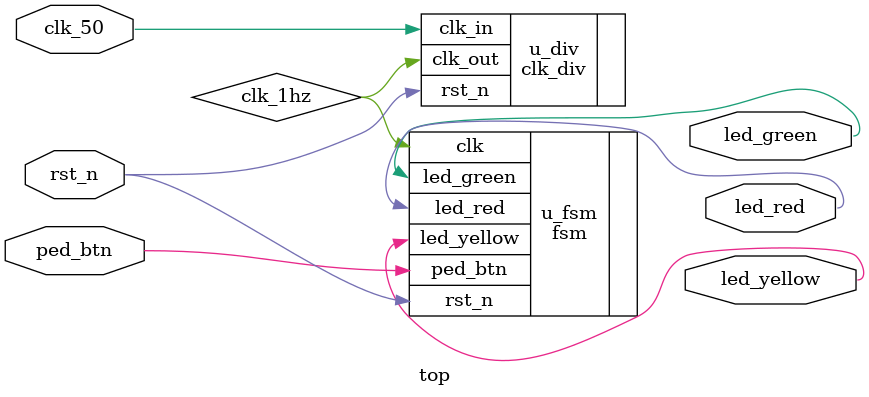
<source format=v>
module top (
    input  wire clk_50,      // 50 MHz clock
    input  wire rst_n,       // active-low reset (e.g., KEY0)
    input  wire ped_btn,     // pedestrian button (active-high)
    output wire led_red,     // map to LEDR[0]
    output wire led_yellow,  // map to LEDR[1]
    output wire led_green    // map to LEDR[2]
);

    // ~1 Hz slow clock for human-visible timing
    wire clk_1hz;

    clk_div #(.DIV_COUNT(25_000_000)) u_div (  // toggle every 0.5s -> 1 Hz
        .clk_in (clk_50),
        .rst_n  (rst_n),
        .clk_out(clk_1hz)
    );

    fsm u_fsm (
        .clk       (clk_1hz),
        .rst_n     (rst_n),
        .ped_btn   (ped_btn),
        .led_red   (led_red),
        .led_yellow(led_yellow),
        .led_green (led_green)
    );

endmodule

</source>
